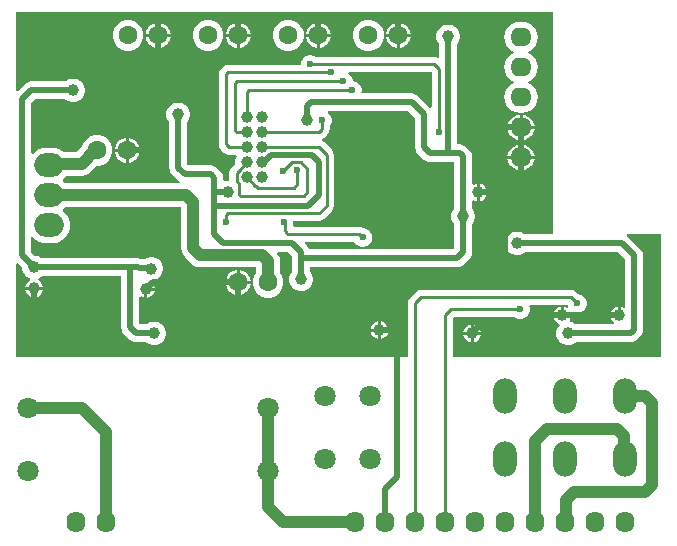
<source format=gtl>
G04*
G04 #@! TF.GenerationSoftware,Altium Limited,Altium Designer,23.5.1 (21)*
G04*
G04 Layer_Physical_Order=1*
G04 Layer_Color=255*
%FSLAX44Y44*%
%MOMM*%
G71*
G04*
G04 #@! TF.SameCoordinates,1C69412E-B372-4F46-9B7E-F97621244732*
G04*
G04*
G04 #@! TF.FilePolarity,Positive*
G04*
G01*
G75*
%ADD18C,0.5000*%
%ADD19C,1.0000*%
%ADD20C,0.2500*%
%ADD21C,1.8000*%
%ADD22O,2.0000X3.0000*%
%ADD23C,1.6000*%
%ADD24O,1.6000X1.8000*%
%ADD25O,2.5000X2.0000*%
%ADD26O,1.8000X1.6000*%
%ADD27C,1.0000*%
%ADD28C,0.6000*%
G36*
X354308Y396141D02*
Y366733D01*
X353038Y366320D01*
X343169Y376189D01*
X341602Y377391D01*
X339778Y378147D01*
X337820Y378405D01*
X295650D01*
X294877Y379412D01*
X295020Y379947D01*
Y382053D01*
X294475Y384088D01*
X293422Y385912D01*
X291932Y387402D01*
X290108Y388455D01*
X288073Y389000D01*
X287400D01*
Y389673D01*
X286855Y391708D01*
X285802Y393532D01*
X284312Y395022D01*
X283713Y395368D01*
X284053Y396638D01*
X353811D01*
X354308Y396141D01*
D02*
G37*
G36*
X457200Y260295D02*
X457200Y259080D01*
X455953Y259025D01*
X433297D01*
X432860Y259462D01*
X430580Y260779D01*
X428036Y261460D01*
X425404D01*
X422860Y260779D01*
X420580Y259462D01*
X418718Y257600D01*
X417402Y255320D01*
X416720Y252777D01*
Y250144D01*
X417402Y247600D01*
X418718Y245320D01*
X420580Y243458D01*
X422860Y242141D01*
X425404Y241460D01*
X428036D01*
X430580Y242141D01*
X432860Y243458D01*
X433297Y243895D01*
X512487D01*
X518215Y238167D01*
Y197708D01*
X516945Y196975D01*
X515990Y197526D01*
X514350Y197966D01*
Y190500D01*
X513080D01*
Y189230D01*
X505614D01*
X506054Y187590D01*
X507047Y185870D01*
X508450Y184466D01*
X509094Y184095D01*
X508754Y182825D01*
X476477D01*
X476040Y183262D01*
X473760Y184578D01*
X471805Y185102D01*
X471779Y185123D01*
X471229Y186335D01*
X471231Y186524D01*
X471846Y187590D01*
X472286Y189230D01*
X457354D01*
X457794Y187590D01*
X458787Y185870D01*
X460190Y184466D01*
X461910Y183474D01*
X462309Y183367D01*
X462638Y182140D01*
X461898Y181400D01*
X460582Y179120D01*
X459900Y176576D01*
Y173944D01*
X460582Y171400D01*
X461898Y169120D01*
X463760Y167258D01*
X466040Y165942D01*
X468583Y165260D01*
X471217D01*
X473760Y165942D01*
X476040Y167258D01*
X476477Y167695D01*
X522851D01*
X524809Y167953D01*
X526633Y168709D01*
X528200Y169911D01*
X531129Y172840D01*
X532331Y174407D01*
X533087Y176231D01*
X533345Y178189D01*
Y241300D01*
X533087Y243258D01*
X532331Y245082D01*
X531129Y246649D01*
X531129Y246649D01*
X520969Y256809D01*
X519665Y257810D01*
X519916Y258941D01*
X519993Y259080D01*
X548640D01*
Y154940D01*
X372132D01*
Y187861D01*
X373479Y189208D01*
X424319D01*
X424348Y189178D01*
X426172Y188125D01*
X428207Y187580D01*
X430313D01*
X432348Y188125D01*
X434172Y189178D01*
X435662Y190668D01*
X436715Y192492D01*
X437260Y194527D01*
Y196633D01*
X436868Y198097D01*
X437657Y199368D01*
X469584D01*
X470042Y197658D01*
X469882Y197421D01*
X469073Y196751D01*
X467730Y197526D01*
X466090Y197966D01*
Y191770D01*
X472286D01*
X471882Y193277D01*
X472212Y193634D01*
X472931Y194072D01*
X474432Y193205D01*
X476467Y192660D01*
X478573D01*
X480608Y193205D01*
X482432Y194258D01*
X483922Y195748D01*
X484975Y197572D01*
X485520Y199607D01*
Y201713D01*
X484975Y203748D01*
X483922Y205572D01*
X482432Y207062D01*
X480608Y208115D01*
X478573Y208660D01*
X478532D01*
X476946Y210246D01*
X474879Y211627D01*
X472440Y212112D01*
X345440D01*
X343001Y211627D01*
X340934Y210246D01*
X335854Y205166D01*
X334473Y203099D01*
X333988Y200660D01*
Y154940D01*
X2540D01*
Y234023D01*
X3713Y234508D01*
X7780Y230442D01*
Y229823D01*
X8461Y227280D01*
X9778Y225000D01*
X11640Y223138D01*
X13920Y221821D01*
X14620Y221634D01*
X14777Y220848D01*
X14711Y220295D01*
X13150Y219394D01*
X11746Y217990D01*
X10754Y216270D01*
X10314Y214630D01*
X25246D01*
X24806Y216270D01*
X23814Y217990D01*
X22410Y219394D01*
X20849Y220295D01*
X20783Y220848D01*
X20940Y221634D01*
X21640Y221821D01*
X23920Y223138D01*
X24357Y223575D01*
X91495D01*
Y180340D01*
X91753Y178382D01*
X92509Y176558D01*
X93711Y174991D01*
X98791Y169911D01*
X98791Y169911D01*
X100358Y168709D01*
X102182Y167953D01*
X104140Y167695D01*
X104140Y167695D01*
X112803D01*
X113240Y167258D01*
X115520Y165942D01*
X118063Y165260D01*
X120696D01*
X123240Y165942D01*
X125520Y167258D01*
X127382Y169120D01*
X128699Y171400D01*
X129380Y173944D01*
Y176576D01*
X128699Y179120D01*
X127382Y181400D01*
X125520Y183262D01*
X123240Y184578D01*
X120696Y185260D01*
X118063D01*
X115520Y184578D01*
X113240Y183262D01*
X112803Y182825D01*
X107273D01*
X106625Y183473D01*
Y206173D01*
X107218Y206419D01*
X107895Y206580D01*
X109571Y205613D01*
X111211Y205173D01*
Y212639D01*
X112481D01*
Y213909D01*
X119947D01*
X119507Y215549D01*
X118515Y217269D01*
X117111Y218672D01*
X117028Y218720D01*
X117369Y219990D01*
X118156D01*
X120700Y220672D01*
X122980Y221988D01*
X124842Y223850D01*
X126159Y226130D01*
X126840Y228673D01*
Y231306D01*
X126159Y233850D01*
X124842Y236130D01*
X122980Y237992D01*
X120700Y239308D01*
X118156Y239990D01*
X115524D01*
X112980Y239308D01*
X111600Y238511D01*
X107599D01*
X106131Y238705D01*
X24357D01*
X23920Y239142D01*
X21640Y240459D01*
X19096Y241140D01*
X18478D01*
X15185Y244433D01*
Y256645D01*
X16455Y257099D01*
X17322Y256042D01*
X19606Y254168D01*
X22212Y252775D01*
X25040Y251917D01*
X27980Y251627D01*
X32980D01*
X35921Y251917D01*
X38748Y252775D01*
X41354Y254168D01*
X43638Y256042D01*
X45512Y258326D01*
X46905Y260932D01*
X47763Y263759D01*
X48053Y266700D01*
X47763Y269641D01*
X46905Y272468D01*
X45512Y275074D01*
X43638Y277358D01*
X42147Y278582D01*
Y280218D01*
X43638Y281442D01*
X44107Y282014D01*
X142314D01*
Y247158D01*
X142657Y244547D01*
X143665Y242115D01*
X145268Y240026D01*
X151126Y234168D01*
X153215Y232565D01*
X155647Y231557D01*
X158258Y231214D01*
X205814D01*
Y226738D01*
X205497Y226422D01*
X203786Y223458D01*
X202900Y220152D01*
Y216728D01*
X203786Y213422D01*
X205497Y210458D01*
X207918Y208037D01*
X210882Y206326D01*
X214188Y205440D01*
X217612D01*
X220918Y206326D01*
X223882Y208037D01*
X226303Y210458D01*
X228014Y213422D01*
X228900Y216728D01*
Y220152D01*
X228014Y223458D01*
X226303Y226422D01*
X225986Y226738D01*
Y236220D01*
X225643Y238831D01*
X224635Y241263D01*
X223590Y242625D01*
X224216Y243895D01*
X233087D01*
X236275Y240707D01*
Y227557D01*
X235838Y227120D01*
X234522Y224840D01*
X233840Y222297D01*
Y219664D01*
X234522Y217120D01*
X235838Y214840D01*
X237700Y212978D01*
X239980Y211661D01*
X242523Y210980D01*
X245156D01*
X247700Y211661D01*
X249980Y212978D01*
X251842Y214840D01*
X253158Y217120D01*
X253840Y219664D01*
Y222297D01*
X253158Y224840D01*
X251842Y227120D01*
X251405Y227557D01*
Y231195D01*
X375920D01*
X377878Y231453D01*
X379702Y232209D01*
X381269Y233411D01*
X386349Y238491D01*
X386349Y238491D01*
X387551Y240058D01*
X388307Y241882D01*
X388565Y243840D01*
X388565Y243840D01*
Y267743D01*
X389002Y268180D01*
X390318Y270460D01*
X391000Y273004D01*
Y275637D01*
X390318Y278180D01*
X389002Y280460D01*
X388565Y280897D01*
Y287432D01*
X389835Y288165D01*
X390790Y287614D01*
X392430Y287174D01*
Y294640D01*
Y302106D01*
X390790Y301666D01*
X389835Y301115D01*
X388565Y301848D01*
Y325120D01*
X388307Y327078D01*
X387551Y328902D01*
X386349Y330469D01*
X386349Y330469D01*
X383809Y333009D01*
X382242Y334211D01*
X380418Y334967D01*
X378460Y335225D01*
X375865D01*
Y420143D01*
X376302Y420580D01*
X377618Y422860D01*
X378300Y425404D01*
Y428036D01*
X377618Y430580D01*
X376302Y432860D01*
X374440Y434722D01*
X372160Y436039D01*
X369617Y436720D01*
X366983D01*
X364440Y436039D01*
X362160Y434722D01*
X360298Y432860D01*
X358982Y430580D01*
X358300Y428036D01*
Y425404D01*
X358982Y422860D01*
X360298Y420580D01*
X360735Y420143D01*
Y409011D01*
X359615Y408412D01*
X358889Y408897D01*
X356450Y409382D01*
X256401D01*
X256372Y409412D01*
X254548Y410465D01*
X252513Y411010D01*
X250407D01*
X248372Y410465D01*
X246548Y409412D01*
X245058Y407922D01*
X244005Y406098D01*
X243460Y404063D01*
Y402612D01*
X181828D01*
X179389Y402127D01*
X177322Y400746D01*
X175834Y399258D01*
X174453Y397191D01*
X173968Y394752D01*
Y335280D01*
X174453Y332841D01*
X175834Y330774D01*
X178374Y328234D01*
X180441Y326853D01*
X182880Y326368D01*
X188760D01*
X189493Y325098D01*
X188801Y323900D01*
X188120Y321357D01*
Y319052D01*
X186334Y317266D01*
X185735Y316370D01*
X184844Y315479D01*
X183463Y313411D01*
X182978Y310973D01*
Y304640D01*
X180753D01*
X179015Y304174D01*
X177745Y305080D01*
Y306951D01*
X177487Y308909D01*
X176731Y310733D01*
X175529Y312300D01*
X172600Y315229D01*
X171033Y316431D01*
X169209Y317187D01*
X167251Y317445D01*
X148302D01*
X147265Y318482D01*
Y354103D01*
X147702Y354540D01*
X149018Y356820D01*
X149700Y359364D01*
Y361996D01*
X149018Y364540D01*
X147702Y366820D01*
X145840Y368682D01*
X143560Y369999D01*
X141017Y370680D01*
X138384D01*
X135840Y369999D01*
X133560Y368682D01*
X131698Y366820D01*
X130381Y364540D01*
X129700Y361996D01*
Y359364D01*
X130381Y356820D01*
X131698Y354540D01*
X132135Y354103D01*
Y315349D01*
X132393Y313391D01*
X133149Y311567D01*
X134351Y310000D01*
X139820Y304531D01*
X139820Y304531D01*
X141220Y303456D01*
X141171Y302853D01*
X140870Y302186D01*
X44107D01*
X43638Y302758D01*
X42147Y303982D01*
Y305618D01*
X43638Y306842D01*
X45078Y308597D01*
X57980D01*
X60591Y308941D01*
X63023Y309949D01*
X65112Y311551D01*
X70761Y317200D01*
X72832D01*
X76138Y318086D01*
X79102Y319797D01*
X81523Y322218D01*
X83234Y325182D01*
X84120Y328489D01*
Y331912D01*
X83234Y335218D01*
X81523Y338182D01*
X79102Y340603D01*
X76138Y342314D01*
X72832Y343200D01*
X69408D01*
X66102Y342314D01*
X63138Y340603D01*
X60717Y338182D01*
X59006Y335218D01*
X58551Y333518D01*
X53802Y328770D01*
X42892D01*
X41354Y330032D01*
X38748Y331425D01*
X35921Y332283D01*
X32980Y332573D01*
X27980D01*
X25040Y332283D01*
X22212Y331425D01*
X19606Y330032D01*
X17322Y328158D01*
X16455Y327101D01*
X15185Y327555D01*
Y370247D01*
X18373Y373435D01*
X44223D01*
X44660Y372998D01*
X46940Y371682D01*
X49483Y371000D01*
X52116D01*
X54660Y371682D01*
X56940Y372998D01*
X58802Y374860D01*
X60118Y377140D01*
X60800Y379683D01*
Y382317D01*
X60118Y384860D01*
X58802Y387140D01*
X56940Y389002D01*
X54660Y390318D01*
X52116Y391000D01*
X49483D01*
X46940Y390318D01*
X44660Y389002D01*
X44223Y388565D01*
X15240D01*
X13282Y388307D01*
X11458Y387551D01*
X9891Y386349D01*
X3713Y380172D01*
X2540Y380658D01*
Y447040D01*
X457200D01*
Y260295D01*
D02*
G37*
G36*
X340415Y357547D02*
Y332740D01*
X340673Y330782D01*
X341429Y328958D01*
X342631Y327391D01*
X347711Y322311D01*
X347711Y322311D01*
X349278Y321109D01*
X351102Y320353D01*
X353060Y320095D01*
X353060Y320095D01*
X373435D01*
Y280897D01*
X372998Y280460D01*
X371682Y278180D01*
X371000Y275637D01*
Y273004D01*
X371682Y270460D01*
X372998Y268180D01*
X373435Y267743D01*
Y246973D01*
X372787Y246325D01*
X250929D01*
X250391Y247622D01*
X249189Y249189D01*
X246844Y251534D01*
X247330Y252708D01*
X288985D01*
X289608Y251628D01*
X291098Y250138D01*
X292922Y249085D01*
X294957Y248540D01*
X297063D01*
X299098Y249085D01*
X300922Y250138D01*
X302412Y251628D01*
X303465Y253452D01*
X304010Y255487D01*
Y257593D01*
X303465Y259628D01*
X302412Y261452D01*
X300922Y262942D01*
X299098Y263995D01*
X297063Y264540D01*
X295870D01*
X295231Y264967D01*
X292792Y265452D01*
X237610D01*
X236813Y266723D01*
X237201Y268171D01*
Y270278D01*
X237362Y270488D01*
X259080D01*
X261519Y270973D01*
X263586Y272354D01*
X269856Y278624D01*
X271237Y280691D01*
X271722Y283130D01*
Y326470D01*
X271237Y328909D01*
X269856Y330976D01*
X263586Y337246D01*
X261882Y338384D01*
X261831Y338548D01*
Y339632D01*
X261882Y339796D01*
X263586Y340934D01*
X266126Y343474D01*
X267507Y345541D01*
X267992Y347980D01*
Y350659D01*
X268022Y350688D01*
X269075Y352512D01*
X269620Y354547D01*
Y356653D01*
X269075Y358688D01*
X268022Y360512D01*
X266532Y362002D01*
X266526Y362005D01*
X266866Y363275D01*
X334687D01*
X340415Y357547D01*
D02*
G37*
%LPC*%
G36*
X124088Y438040D02*
X123970D01*
Y428770D01*
X133240D01*
Y428888D01*
X132522Y431568D01*
X131134Y433972D01*
X129172Y435934D01*
X126768Y437322D01*
X124088Y438040D01*
D02*
G37*
G36*
X327488D02*
X327370D01*
Y428770D01*
X336640D01*
Y428888D01*
X335922Y431568D01*
X334534Y433972D01*
X332572Y435934D01*
X330168Y437322D01*
X327488Y438040D01*
D02*
G37*
G36*
X191888D02*
X191770D01*
Y428770D01*
X201040D01*
Y428888D01*
X200322Y431568D01*
X198934Y433972D01*
X196972Y435934D01*
X194568Y437322D01*
X191888Y438040D01*
D02*
G37*
G36*
X259688D02*
X259570D01*
Y428770D01*
X268840D01*
Y428888D01*
X268122Y431568D01*
X266734Y433972D01*
X264772Y435934D01*
X262368Y437322D01*
X259688Y438040D01*
D02*
G37*
G36*
X257030D02*
X256912D01*
X254232Y437322D01*
X251828Y435934D01*
X249866Y433972D01*
X248478Y431568D01*
X247760Y428888D01*
Y428770D01*
X257030D01*
Y438040D01*
D02*
G37*
G36*
X324830D02*
X324712D01*
X322032Y437322D01*
X319628Y435934D01*
X317666Y433972D01*
X316278Y431568D01*
X315560Y428888D01*
Y428770D01*
X324830D01*
Y438040D01*
D02*
G37*
G36*
X189230D02*
X189112D01*
X186432Y437322D01*
X184028Y435934D01*
X182066Y433972D01*
X180678Y431568D01*
X179960Y428888D01*
Y428770D01*
X189230D01*
Y438040D01*
D02*
G37*
G36*
X121430D02*
X121312D01*
X118632Y437322D01*
X116228Y435934D01*
X114266Y433972D01*
X112878Y431568D01*
X112160Y428888D01*
Y428770D01*
X121430D01*
Y438040D01*
D02*
G37*
G36*
X336640Y426230D02*
X327370D01*
Y416960D01*
X327488D01*
X330168Y417678D01*
X332572Y419066D01*
X334534Y421028D01*
X335922Y423432D01*
X336640Y426112D01*
Y426230D01*
D02*
G37*
G36*
X324830D02*
X315560D01*
Y426112D01*
X316278Y423432D01*
X317666Y421028D01*
X319628Y419066D01*
X322032Y417678D01*
X324712Y416960D01*
X324830D01*
Y426230D01*
D02*
G37*
G36*
X268840D02*
X259570D01*
Y416960D01*
X259688D01*
X262368Y417678D01*
X264772Y419066D01*
X266734Y421028D01*
X268122Y423432D01*
X268840Y426112D01*
Y426230D01*
D02*
G37*
G36*
X257030D02*
X247760D01*
Y426112D01*
X248478Y423432D01*
X249866Y421028D01*
X251828Y419066D01*
X254232Y417678D01*
X256912Y416960D01*
X257030D01*
Y426230D01*
D02*
G37*
G36*
X201040D02*
X191770D01*
Y416960D01*
X191888D01*
X194568Y417678D01*
X196972Y419066D01*
X198934Y421028D01*
X200322Y423432D01*
X201040Y426112D01*
Y426230D01*
D02*
G37*
G36*
X189230D02*
X179960D01*
Y426112D01*
X180678Y423432D01*
X182066Y421028D01*
X184028Y419066D01*
X186432Y417678D01*
X189112Y416960D01*
X189230D01*
Y426230D01*
D02*
G37*
G36*
X133240D02*
X123970D01*
Y416960D01*
X124088D01*
X126768Y417678D01*
X129172Y419066D01*
X131134Y421028D01*
X132522Y423432D01*
X133240Y426112D01*
Y426230D01*
D02*
G37*
G36*
X121430D02*
X112160D01*
Y426112D01*
X112878Y423432D01*
X114266Y421028D01*
X116228Y419066D01*
X118632Y417678D01*
X121312Y416960D01*
X121430D01*
Y426230D01*
D02*
G37*
G36*
X302411Y440500D02*
X298988D01*
X295682Y439614D01*
X292718Y437903D01*
X290297Y435482D01*
X288586Y432518D01*
X287700Y429212D01*
Y425789D01*
X288586Y422482D01*
X290297Y419518D01*
X292718Y417098D01*
X295682Y415386D01*
X298988Y414500D01*
X302411D01*
X305718Y415386D01*
X308682Y417098D01*
X311103Y419518D01*
X312814Y422482D01*
X313700Y425789D01*
Y429212D01*
X312814Y432518D01*
X311103Y435482D01*
X308682Y437903D01*
X305718Y439614D01*
X302411Y440500D01*
D02*
G37*
G36*
X234611D02*
X231189D01*
X227882Y439614D01*
X224918Y437903D01*
X222497Y435482D01*
X220786Y432518D01*
X219900Y429212D01*
Y425789D01*
X220786Y422482D01*
X222497Y419518D01*
X224918Y417098D01*
X227882Y415386D01*
X231189Y414500D01*
X234611D01*
X237918Y415386D01*
X240882Y417098D01*
X243302Y419518D01*
X245014Y422482D01*
X245900Y425789D01*
Y429212D01*
X245014Y432518D01*
X243302Y435482D01*
X240882Y437903D01*
X237918Y439614D01*
X234611Y440500D01*
D02*
G37*
G36*
X166812D02*
X163389D01*
X160082Y439614D01*
X157118Y437903D01*
X154697Y435482D01*
X152986Y432518D01*
X152100Y429212D01*
Y425789D01*
X152986Y422482D01*
X154697Y419518D01*
X157118Y417098D01*
X160082Y415386D01*
X163389Y414500D01*
X166812D01*
X170118Y415386D01*
X173082Y417098D01*
X175503Y419518D01*
X177214Y422482D01*
X178100Y425789D01*
Y429212D01*
X177214Y432518D01*
X175503Y435482D01*
X173082Y437903D01*
X170118Y439614D01*
X166812Y440500D01*
D02*
G37*
G36*
X99011D02*
X95589D01*
X92282Y439614D01*
X89318Y437903D01*
X86897Y435482D01*
X85186Y432518D01*
X84300Y429212D01*
Y425789D01*
X85186Y422482D01*
X86897Y419518D01*
X89318Y417098D01*
X92282Y415386D01*
X95589Y414500D01*
X99011D01*
X102318Y415386D01*
X105282Y417098D01*
X107703Y419518D01*
X109414Y422482D01*
X110300Y425789D01*
Y429212D01*
X109414Y432518D01*
X107703Y435482D01*
X105282Y437903D01*
X102318Y439614D01*
X99011Y440500D01*
D02*
G37*
G36*
X431000Y438912D02*
X429000D01*
X425606Y438465D01*
X422444Y437155D01*
X419728Y435072D01*
X417645Y432356D01*
X416335Y429194D01*
X415888Y425800D01*
X416335Y422406D01*
X417645Y419244D01*
X419728Y416528D01*
X422444Y414445D01*
X424031Y413787D01*
Y412413D01*
X422444Y411755D01*
X419728Y409672D01*
X417645Y406956D01*
X416335Y403794D01*
X415888Y400400D01*
X416335Y397006D01*
X417645Y393844D01*
X419728Y391128D01*
X422444Y389045D01*
X424031Y388387D01*
Y387013D01*
X422444Y386356D01*
X419728Y384272D01*
X417645Y381556D01*
X416335Y378394D01*
X415888Y375000D01*
X416335Y371606D01*
X417645Y368444D01*
X419728Y365728D01*
X422444Y363645D01*
X425606Y362335D01*
X429000Y361888D01*
X431000D01*
X434394Y362335D01*
X437556Y363645D01*
X440272Y365728D01*
X442355Y368444D01*
X443665Y371606D01*
X444112Y375000D01*
X443665Y378394D01*
X442355Y381556D01*
X440272Y384272D01*
X437556Y386356D01*
X435969Y387013D01*
Y388387D01*
X437556Y389045D01*
X440272Y391128D01*
X442355Y393844D01*
X443665Y397006D01*
X444112Y400400D01*
X443665Y403794D01*
X442355Y406956D01*
X440272Y409672D01*
X437556Y411755D01*
X435969Y412413D01*
Y413787D01*
X437556Y414445D01*
X440272Y416528D01*
X442355Y419244D01*
X443665Y422406D01*
X444112Y425800D01*
X443665Y429194D01*
X442355Y432356D01*
X440272Y435072D01*
X437556Y437155D01*
X434394Y438465D01*
X431000Y438912D01*
D02*
G37*
G36*
X431270Y360195D02*
Y350870D01*
X441464D01*
X441269Y352351D01*
X440207Y354916D01*
X438517Y357117D01*
X436315Y358807D01*
X433751Y359869D01*
X431270Y360195D01*
D02*
G37*
G36*
X428730Y360195D02*
X426249Y359869D01*
X423685Y358807D01*
X421483Y357117D01*
X419793Y354916D01*
X418731Y352351D01*
X418536Y350870D01*
X428730D01*
Y360195D01*
D02*
G37*
G36*
X441464Y348330D02*
X431270D01*
Y339005D01*
X433751Y339331D01*
X436315Y340393D01*
X438517Y342083D01*
X440207Y344285D01*
X441269Y346848D01*
X441464Y348330D01*
D02*
G37*
G36*
X428730D02*
X418536D01*
X418731Y346848D01*
X419793Y344285D01*
X421483Y342083D01*
X423685Y340393D01*
X426249Y339331D01*
X428730Y339005D01*
Y348330D01*
D02*
G37*
G36*
X97908Y340740D02*
X97790D01*
Y331470D01*
X107060D01*
Y331588D01*
X106342Y334268D01*
X104954Y336672D01*
X102992Y338634D01*
X100588Y340022D01*
X97908Y340740D01*
D02*
G37*
G36*
X95250D02*
X95132D01*
X92452Y340022D01*
X90048Y338634D01*
X88086Y336672D01*
X86698Y334268D01*
X85980Y331588D01*
Y331470D01*
X95250D01*
Y340740D01*
D02*
G37*
G36*
X431270Y334795D02*
Y325470D01*
X441464D01*
X441269Y326951D01*
X440207Y329515D01*
X438517Y331717D01*
X436315Y333407D01*
X433751Y334469D01*
X431270Y334795D01*
D02*
G37*
G36*
X428730Y334795D02*
X426249Y334469D01*
X423685Y333407D01*
X421483Y331717D01*
X419793Y329515D01*
X418731Y326951D01*
X418536Y325470D01*
X428730D01*
Y334795D01*
D02*
G37*
G36*
X107060Y328930D02*
X97790D01*
Y319660D01*
X97908D01*
X100588Y320378D01*
X102992Y321766D01*
X104954Y323728D01*
X106342Y326132D01*
X107060Y328812D01*
Y328930D01*
D02*
G37*
G36*
X95250D02*
X85980D01*
Y328812D01*
X86698Y326132D01*
X88086Y323728D01*
X90048Y321766D01*
X92452Y320378D01*
X95132Y319660D01*
X95250D01*
Y328930D01*
D02*
G37*
G36*
X441464Y322930D02*
X431270D01*
Y313605D01*
X433751Y313931D01*
X436315Y314993D01*
X438517Y316683D01*
X440207Y318885D01*
X441269Y321449D01*
X441464Y322930D01*
D02*
G37*
G36*
X428730D02*
X418536D01*
X418731Y321449D01*
X419793Y318885D01*
X421483Y316683D01*
X423685Y314993D01*
X426249Y313931D01*
X428730Y313605D01*
Y322930D01*
D02*
G37*
G36*
X394970Y302106D02*
Y295910D01*
X401166D01*
X400726Y297550D01*
X399734Y299270D01*
X398330Y300674D01*
X396610Y301666D01*
X394970Y302106D01*
D02*
G37*
G36*
X401166Y293370D02*
X394970D01*
Y287174D01*
X396610Y287614D01*
X398330Y288606D01*
X399734Y290010D01*
X400726Y291730D01*
X401166Y293370D01*
D02*
G37*
G36*
X191888Y228980D02*
X191770D01*
Y219710D01*
X201040D01*
Y219828D01*
X200322Y222508D01*
X198934Y224912D01*
X196972Y226874D01*
X194568Y228262D01*
X191888Y228980D01*
D02*
G37*
G36*
X189230D02*
X189112D01*
X186432Y228262D01*
X184028Y226874D01*
X182066Y224912D01*
X180678Y222508D01*
X179960Y219828D01*
Y219710D01*
X189230D01*
Y228980D01*
D02*
G37*
G36*
X201040Y217170D02*
X191770D01*
Y207900D01*
X191888D01*
X194568Y208618D01*
X196972Y210006D01*
X198934Y211968D01*
X200322Y214372D01*
X201040Y217052D01*
Y217170D01*
D02*
G37*
G36*
X189230D02*
X179960D01*
Y217052D01*
X180678Y214372D01*
X182066Y211968D01*
X184028Y210006D01*
X186432Y208618D01*
X189112Y207900D01*
X189230D01*
Y217170D01*
D02*
G37*
G36*
X25246Y212090D02*
X19050D01*
Y205894D01*
X20690Y206334D01*
X22410Y207327D01*
X23814Y208730D01*
X24806Y210450D01*
X25246Y212090D01*
D02*
G37*
G36*
X16510D02*
X10314D01*
X10754Y210450D01*
X11746Y208730D01*
X13150Y207327D01*
X14870Y206334D01*
X16510Y205894D01*
Y212090D01*
D02*
G37*
G36*
X119947Y211369D02*
X113751D01*
Y205173D01*
X115391Y205613D01*
X117111Y206605D01*
X118515Y208009D01*
X119507Y209729D01*
X119947Y211369D01*
D02*
G37*
G36*
X511810Y197966D02*
X510170Y197526D01*
X508450Y196534D01*
X507047Y195130D01*
X506054Y193410D01*
X505614Y191770D01*
X511810D01*
Y197966D01*
D02*
G37*
G36*
X463550D02*
X461910Y197526D01*
X460190Y196534D01*
X458787Y195130D01*
X457794Y193410D01*
X457354Y191770D01*
X463550D01*
Y197966D01*
D02*
G37*
G36*
X311310Y185426D02*
Y179230D01*
X317506D01*
X317066Y180870D01*
X316073Y182590D01*
X314670Y183993D01*
X312950Y184986D01*
X311310Y185426D01*
D02*
G37*
G36*
X308770D02*
X307130Y184986D01*
X305410Y183993D01*
X304007Y182590D01*
X303014Y180870D01*
X302574Y179230D01*
X308770D01*
Y185426D01*
D02*
G37*
G36*
X389890Y182726D02*
Y176530D01*
X396086D01*
X395646Y178170D01*
X394654Y179890D01*
X393250Y181294D01*
X391530Y182286D01*
X389890Y182726D01*
D02*
G37*
G36*
X387350D02*
X385710Y182286D01*
X383990Y181294D01*
X382587Y179890D01*
X381594Y178170D01*
X381154Y176530D01*
X387350D01*
Y182726D01*
D02*
G37*
G36*
X317506Y176690D02*
X311310D01*
Y170494D01*
X312950Y170934D01*
X314670Y171926D01*
X316073Y173330D01*
X317066Y175050D01*
X317506Y176690D01*
D02*
G37*
G36*
X308770D02*
X302574D01*
X303014Y175050D01*
X304007Y173330D01*
X305410Y171926D01*
X307130Y170934D01*
X308770Y170494D01*
Y176690D01*
D02*
G37*
G36*
X396086Y173990D02*
X389890D01*
Y167794D01*
X391530Y168234D01*
X393250Y169226D01*
X394654Y170630D01*
X395646Y172350D01*
X396086Y173990D01*
D02*
G37*
G36*
X387350D02*
X381154D01*
X381594Y172350D01*
X382587Y170630D01*
X383990Y169226D01*
X385710Y168234D01*
X387350Y167794D01*
Y173990D01*
D02*
G37*
%LPD*%
D18*
X213795Y220545D02*
X215900Y218440D01*
X469900Y175260D02*
X522851D01*
X525780Y178189D01*
X426720Y251460D02*
X515620D01*
X416560Y228600D02*
Y294640D01*
X515620Y251460D02*
X525780Y241300D01*
X243840Y238760D02*
Y243840D01*
X416560Y294640D02*
X424180D01*
X525780Y178189D02*
Y241300D01*
X243840Y220980D02*
Y238760D01*
X424180Y294640D02*
X430000Y300460D01*
X324960Y177960D02*
X325120Y177800D01*
X434340Y182880D02*
X441960Y190500D01*
X17780Y167640D02*
X25400Y160020D01*
X17780Y231140D02*
X99060D01*
X25400Y160020D02*
X190500D01*
Y218440D01*
X7620Y241300D02*
Y373380D01*
X122700Y341140D02*
Y427500D01*
X490220Y190500D02*
Y228600D01*
X7620Y241300D02*
X17780Y231140D01*
X112481Y212639D02*
X118282Y218440D01*
X15240Y381000D02*
X50800D01*
X325120Y220980D02*
X332740Y228600D01*
X490220Y190500D02*
X513080D01*
X96780Y330460D02*
X112020D01*
X17780Y167640D02*
Y213360D01*
X314960Y43180D02*
X325120Y53340D01*
X441960Y190500D02*
X464820D01*
X96520Y330200D02*
X96780Y330460D01*
X396240Y182880D02*
X434340D01*
X430000Y300460D02*
Y324200D01*
X464820Y190500D02*
X490220D01*
X118282Y218440D02*
X190500D01*
X314960Y15240D02*
Y43180D01*
X7620Y373380D02*
X15240Y381000D01*
X388620Y175260D02*
X396240Y182880D01*
X310040Y177960D02*
X324960D01*
X112020Y330460D02*
X122700Y341140D01*
X325120Y177800D02*
Y220980D01*
X326100Y427500D02*
Y440980D01*
X322580Y444500D02*
X326100Y440980D01*
X122700Y441571D02*
X125629Y444500D01*
X122700Y427500D02*
Y441571D01*
X190500Y427500D02*
Y444500D01*
X125629D02*
X190500D01*
X256540D02*
X258300Y442740D01*
Y427500D02*
Y442740D01*
X190500Y444500D02*
X256540D01*
X322580D01*
X430000Y324200D02*
Y349600D01*
X99060Y180340D02*
Y231140D01*
Y180340D02*
X104140Y175260D01*
X119380D01*
X106324Y230947D02*
X115883D01*
X236220Y251460D02*
X243840Y243840D01*
X106131Y231140D02*
X106324Y230947D01*
X115883D02*
X116840Y229990D01*
X99060Y231140D02*
X106131D01*
X139700Y315349D02*
Y360680D01*
X170180Y259080D02*
X177800Y251460D01*
X139700Y315349D02*
X145169Y309880D01*
X177800Y251460D02*
X236220D01*
X332740Y228600D02*
X416560D01*
X325120Y160020D02*
Y177800D01*
X322580Y444500D02*
X373380D01*
X325120Y53340D02*
Y160020D01*
X384849Y349600D02*
X430000D01*
X353060Y327660D02*
X368300D01*
X170180Y294640D02*
Y306951D01*
X381000Y243840D02*
Y274320D01*
X375920Y238760D02*
X381000Y243840D01*
X190500Y160020D02*
X325120D01*
X381000Y274320D02*
Y325120D01*
X368300Y327660D02*
Y426720D01*
X347980Y332740D02*
Y360680D01*
X368300Y327660D02*
X378460D01*
X248920Y367911D02*
X251849Y370840D01*
X378460Y327660D02*
X381000Y325120D01*
X170180Y294640D02*
X182070D01*
X381920Y352529D02*
Y435960D01*
X173109Y283130D02*
X249721D01*
X145169Y309880D02*
X167251D01*
X170180Y306951D01*
X373380Y444500D02*
X381920Y435960D01*
X248920Y355600D02*
Y367911D01*
X170180Y259080D02*
Y294640D01*
X337820Y370840D02*
X347980Y360680D01*
X381920Y352529D02*
X384849Y349600D01*
X347980Y332740D02*
X353060Y327660D01*
X416560Y228600D02*
X490220D01*
X393700Y294640D02*
X416560D01*
X251849Y370840D02*
X337820D01*
X243840Y238760D02*
X375920D01*
X249721Y283130D02*
X259080Y292489D01*
Y320040D01*
X252650Y326470D02*
X259080Y320040D01*
X218692Y326470D02*
X252650D01*
X214873Y322740D02*
X214962D01*
X210820Y320040D02*
X212173D01*
X214962Y322740D02*
X218692Y326470D01*
X212173Y320040D02*
X214873Y322740D01*
D19*
X78740Y15240D02*
Y91440D01*
X58420Y111760D02*
X78740Y91440D01*
X12700Y111760D02*
X58420D01*
X467360Y15240D02*
X468508Y16388D01*
Y34168D01*
X474980Y40640D01*
X535162D02*
X541020Y46498D01*
X474980Y40640D02*
X535162D01*
Y121920D02*
X541020Y116062D01*
X518160Y121920D02*
X535162D01*
X541020Y46498D02*
Y116062D01*
X441960Y15240D02*
Y83820D01*
X452120Y93980D01*
X511489D02*
X517347Y88122D01*
Y69393D02*
Y88122D01*
Y69393D02*
X518160Y68580D01*
X452120Y93980D02*
X511489D01*
X228600Y15240D02*
X289560D01*
X215900Y27940D02*
X228600Y15240D01*
X215900Y27940D02*
Y58420D01*
Y111760D01*
X69496Y330200D02*
X71120D01*
X57980Y318684D02*
X69496Y330200D01*
X31664Y318684D02*
X57980D01*
X30480Y317500D02*
X31664Y318684D01*
X210820Y241300D02*
X215900Y236220D01*
Y218440D02*
Y236220D01*
X146542Y292100D02*
X152400Y286242D01*
Y247158D02*
X158258Y241300D01*
X30480Y292100D02*
X146542D01*
X158258Y241300D02*
X210820D01*
X152400Y247158D02*
Y286242D01*
D20*
X190840Y312463D02*
Y312760D01*
Y293288D02*
Y302217D01*
X189350Y303707D02*
Y310973D01*
X190840Y312760D02*
X198120Y320040D01*
X189350Y310973D02*
X190840Y312463D01*
X189350Y303707D02*
X190840Y302217D01*
Y293288D02*
X192328Y291800D01*
X246080D01*
X199608Y381000D02*
X287020D01*
X261620Y347980D02*
Y355600D01*
X180340Y335280D02*
Y394752D01*
X181828Y396240D02*
X269240D01*
X180340Y394752D02*
X181828Y396240D01*
X251460Y403010D02*
X356450D01*
X360300Y345440D02*
X360680Y345820D01*
Y398780D01*
X356450Y403010D02*
X360680Y398780D01*
X228600Y312420D02*
X236380Y320200D01*
X248920Y294640D02*
Y314784D01*
X240700Y301660D02*
Y313430D01*
X243504Y320200D02*
X248920Y314784D01*
X236380Y320200D02*
X243504D01*
X246080Y291800D02*
X248920Y294640D01*
X237610Y298570D02*
X240700Y301660D01*
X205357Y300400D02*
X207187Y298570D01*
X237610D01*
X259080Y332740D02*
X265350Y326470D01*
Y283130D02*
Y326470D01*
X259080Y276860D02*
X265350Y283130D01*
X229863Y262458D02*
Y268562D01*
X229201Y269224D02*
X229863Y268562D01*
Y262458D02*
X231161Y261160D01*
Y260568D02*
Y261160D01*
X232649Y259080D02*
X292792D01*
X231161Y260568D02*
X232649Y259080D01*
X198120Y307340D02*
X205060Y300400D01*
X205357D01*
X295332Y256540D02*
X296010D01*
X292792Y259080D02*
X295332Y256540D01*
X187960Y346928D02*
Y387132D01*
X189448Y388620D01*
X279400D01*
X180340Y269240D02*
Y275372D01*
X181828Y276860D02*
X259080D01*
X180340Y275372D02*
X181828Y276860D01*
X259080Y345440D02*
X261620Y347980D01*
X210820Y345440D02*
X259080D01*
X180340Y335280D02*
X182880Y332740D01*
X198120D01*
Y358140D02*
Y379512D01*
X199608Y381000D01*
X189448Y345440D02*
X198120D01*
X187960Y346928D02*
X189448Y345440D01*
X210820Y332740D02*
X259080D01*
X472440Y205740D02*
X477520Y200660D01*
X340360D02*
X345440Y205740D01*
X472440D01*
X340360Y15240D02*
Y200660D01*
X370840Y195580D02*
X429260D01*
X365760Y15240D02*
Y190500D01*
X370840Y195580D01*
D21*
X12700Y111760D02*
D03*
X215900D02*
D03*
Y58420D02*
D03*
X12700D02*
D03*
X264160Y68580D02*
D03*
X302260D02*
D03*
X264160Y121920D02*
D03*
X302260D02*
D03*
D22*
X518160Y68580D02*
D03*
X467360D02*
D03*
X416560D02*
D03*
X518160Y121920D02*
D03*
X467360D02*
D03*
X416560D02*
D03*
D23*
X97300Y427500D02*
D03*
X122700D02*
D03*
X190500D02*
D03*
X165100D02*
D03*
X258300D02*
D03*
X232900D02*
D03*
X326100D02*
D03*
X300700D02*
D03*
X96520Y330200D02*
D03*
X71120D02*
D03*
X215900Y218440D02*
D03*
X190500D02*
D03*
D24*
X492760Y15240D02*
D03*
X518160D02*
D03*
X467360D02*
D03*
X441960D02*
D03*
X289560D02*
D03*
X314960D02*
D03*
X365760D02*
D03*
X340360D02*
D03*
X416560D02*
D03*
X391160D02*
D03*
X78740D02*
D03*
X53340D02*
D03*
D25*
X30480Y266700D02*
D03*
Y292100D02*
D03*
Y317500D02*
D03*
D26*
X430000Y375000D02*
D03*
Y425800D02*
D03*
Y400400D02*
D03*
Y349600D02*
D03*
Y324200D02*
D03*
D27*
X210820Y307340D02*
D03*
X198120D02*
D03*
Y320040D02*
D03*
X210820D02*
D03*
X198120Y332740D02*
D03*
X210820D02*
D03*
X198120Y345440D02*
D03*
X210820D02*
D03*
X198120Y358140D02*
D03*
X210820D02*
D03*
X426720Y251460D02*
D03*
X182070Y294640D02*
D03*
X368300Y426720D02*
D03*
X248920Y355600D02*
D03*
X381000Y274320D02*
D03*
X393700Y294640D02*
D03*
X243840Y220980D02*
D03*
X116840Y229990D02*
D03*
X139700Y360680D02*
D03*
X310040Y177960D02*
D03*
X513080Y190500D02*
D03*
X464820D02*
D03*
X388620Y175260D02*
D03*
X469900D02*
D03*
X112481Y212639D02*
D03*
X50800Y381000D02*
D03*
X119380Y175260D02*
D03*
X17780Y231140D02*
D03*
Y213360D02*
D03*
D28*
X360680Y304800D02*
D03*
X287020Y381000D02*
D03*
X261620Y355600D02*
D03*
X251460Y403010D02*
D03*
X360300Y345440D02*
D03*
X228600Y312420D02*
D03*
X240700Y313430D02*
D03*
X229201Y269224D02*
D03*
X180340Y269240D02*
D03*
X269240Y396240D02*
D03*
X279400Y388620D02*
D03*
X477520Y200660D02*
D03*
X429260Y195580D02*
D03*
X296010Y256540D02*
D03*
M02*

</source>
